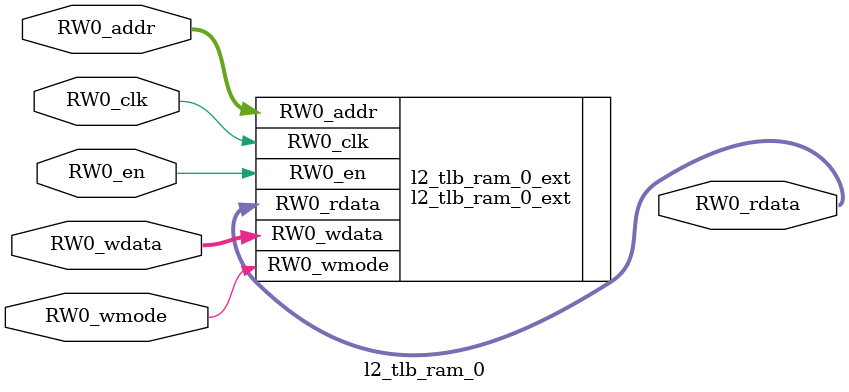
<source format=sv>
`ifndef RANDOMIZE
  `ifdef RANDOMIZE_REG_INIT
    `define RANDOMIZE
  `endif // RANDOMIZE_REG_INIT
`endif // not def RANDOMIZE
`ifndef RANDOMIZE
  `ifdef RANDOMIZE_MEM_INIT
    `define RANDOMIZE
  `endif // RANDOMIZE_MEM_INIT
`endif // not def RANDOMIZE

`ifndef RANDOM
  `define RANDOM $random
`endif // not def RANDOM

// Users can define 'PRINTF_COND' to add an extra gate to prints.
`ifndef PRINTF_COND_
  `ifdef PRINTF_COND
    `define PRINTF_COND_ (`PRINTF_COND)
  `else  // PRINTF_COND
    `define PRINTF_COND_ 1
  `endif // PRINTF_COND
`endif // not def PRINTF_COND_

// Users can define 'ASSERT_VERBOSE_COND' to add an extra gate to assert error printing.
`ifndef ASSERT_VERBOSE_COND_
  `ifdef ASSERT_VERBOSE_COND
    `define ASSERT_VERBOSE_COND_ (`ASSERT_VERBOSE_COND)
  `else  // ASSERT_VERBOSE_COND
    `define ASSERT_VERBOSE_COND_ 1
  `endif // ASSERT_VERBOSE_COND
`endif // not def ASSERT_VERBOSE_COND_

// Users can define 'STOP_COND' to add an extra gate to stop conditions.
`ifndef STOP_COND_
  `ifdef STOP_COND
    `define STOP_COND_ (`STOP_COND)
  `else  // STOP_COND
    `define STOP_COND_ 1
  `endif // STOP_COND
`endif // not def STOP_COND_

// Users can define INIT_RANDOM as general code that gets injected into the
// initializer block for modules with registers.
`ifndef INIT_RANDOM
  `define INIT_RANDOM
`endif // not def INIT_RANDOM

// If using random initialization, you can also define RANDOMIZE_DELAY to
// customize the delay used, otherwise 0.002 is used.
`ifndef RANDOMIZE_DELAY
  `define RANDOMIZE_DELAY 0.002
`endif // not def RANDOMIZE_DELAY

// Define INIT_RANDOM_PROLOG_ for use in our modules below.
`ifndef INIT_RANDOM_PROLOG_
  `ifdef RANDOMIZE
    `ifdef VERILATOR
      `define INIT_RANDOM_PROLOG_ `INIT_RANDOM
    `else  // VERILATOR
      `define INIT_RANDOM_PROLOG_ `INIT_RANDOM #`RANDOMIZE_DELAY begin end
    `endif // VERILATOR
  `else  // RANDOMIZE
    `define INIT_RANDOM_PROLOG_
  `endif // RANDOMIZE
`endif // not def INIT_RANDOM_PROLOG_

// Include register initializers in init blocks unless synthesis is set
`ifndef SYNTHESIS
  `ifndef ENABLE_INITIAL_REG_
    `define ENABLE_INITIAL_REG_
  `endif // not def ENABLE_INITIAL_REG_
`endif // not def SYNTHESIS

// Include rmemory initializers in init blocks unless synthesis is set
`ifndef SYNTHESIS
  `ifndef ENABLE_INITIAL_MEM_
    `define ENABLE_INITIAL_MEM_
  `endif // not def ENABLE_INITIAL_MEM_
`endif // not def SYNTHESIS

module l2_tlb_ram_0(	// @[generators/rocket-chip/src/main/scala/util/DescribedSRAM.scala:17:26]
  input  [8:0]  RW0_addr,
  input         RW0_en,
  input         RW0_clk,
  input         RW0_wmode,
  input  [44:0] RW0_wdata,
  output [44:0] RW0_rdata
);

  l2_tlb_ram_0_ext l2_tlb_ram_0_ext (	// @[generators/rocket-chip/src/main/scala/util/DescribedSRAM.scala:17:26]
    .RW0_addr  (RW0_addr),
    .RW0_en    (RW0_en),
    .RW0_clk   (RW0_clk),
    .RW0_wmode (RW0_wmode),
    .RW0_wdata (RW0_wdata),
    .RW0_rdata (RW0_rdata)
  );
endmodule


</source>
